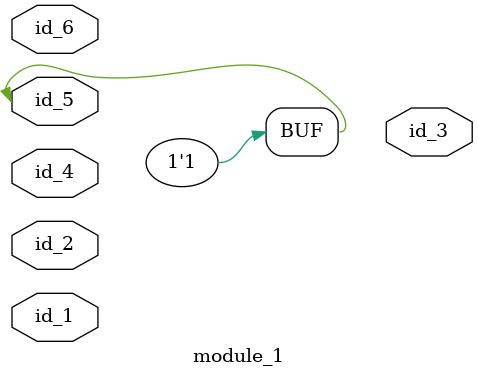
<source format=v>
module module_0 (
    id_1,
    id_2,
    id_3,
    id_4,
    id_5,
    id_6,
    id_7,
    id_8
);
  inout wire id_8;
  inout wire id_7;
  input wire id_6;
  inout wire id_5;
  input wire id_4;
  input wire id_3;
  output wire id_2;
  input wire id_1;
  wire id_9;
  wire id_10;
  wire id_11;
endmodule
module module_1 (
    id_1,
    id_2,
    id_3,
    id_4,
    id_5,
    id_6
);
  input wire id_6;
  inout wire id_5;
  input wire id_4;
  output wire id_3;
  input wire id_2;
  input wire id_1;
  module_0 modCall_1 (
      id_4,
      id_5,
      id_1,
      id_2,
      id_5,
      id_4,
      id_5,
      id_5
  );
  assign id_5 = 1;
  assign id_5 = 1;
endmodule

</source>
